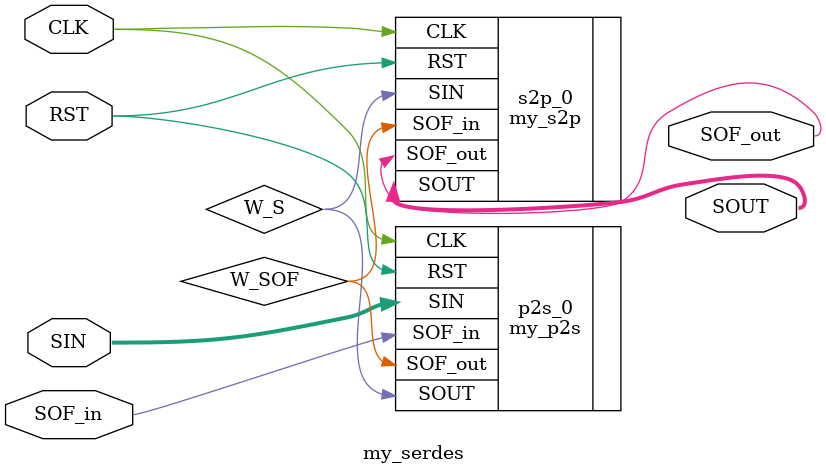
<source format=v>
`timescale 1ns / 1ps


module my_serdes(
input CLK,
input RST,
input [7:0] SIN,
input SOF_in,
output SOF_out,
output [7:0] SOUT
);
        
wire W_S;
wire W_SOF;

my_p2s p2s_0(.CLK(CLK),.RST(RST),.SIN(SIN),.SOF_in(SOF_in),.SOUT(W_S),.SOF_out(W_SOF));
my_s2p s2p_0(.CLK(CLK),.RST(RST),.SIN(W_S),.SOF_in(W_SOF),.SOF_out(SOF_out),.SOUT(SOUT));
endmodule

</source>
